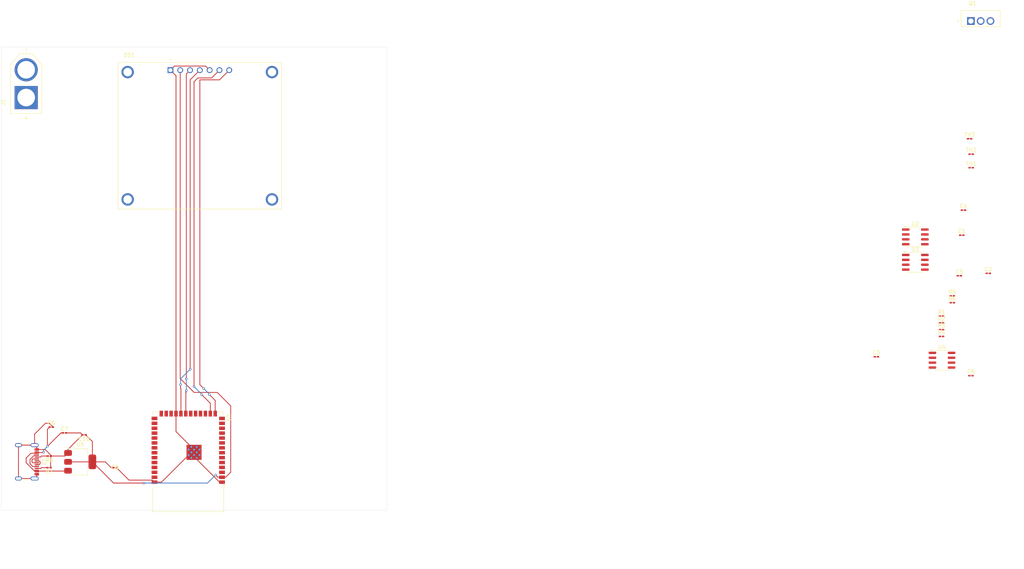
<source format=kicad_pcb>
(kicad_pcb (version 20241229) (generator "pcbnew") (generator_version "9.0")
  (layers (0 "F.Cu" signal) (2 "B.Cu" signal) (13 "F.Paste" user) (15 "B.Paste" user) (5 "F.SilkS" user "F.Silkscreen") (7 "B.SilkS" user "B.Silkscreen") (1 "F.Mask" user) (3 "B.Mask" user) (25 "Edge.Cuts" user))
  (net 0 "")
  (net 3 "Net-(U2-IP+-Pad1)")
  (net 4 "Net-(U2-IP--Pad3)")
  (net 5 "Net-(U3-IP--Pad3)")
  (net 6 "Net-(U3-IP+-Pad1)")
  (net 7 "Net-(U4-IP--Pad3)")
  (net 8 "Net-(U4-IP+-Pad1)")
  (net 9 "Net-(U4-FILTER)")
  (net 10 "GND")
  (net 11 "Net-(U3-FILTER)")
  (net 12 "Net-(U2-FILTER)")
  (net 13 "Net-(U2-VCC)")
  (net 14 "Net-(U3-VCC)")
  (net 15 "Net-(U4-VCC)")
  (net 16 "Net-(J2-CC1)")
  (net 17 "Net-(U1-USB_D+)")
  (net 18 "Net-(U1-USB_D-)")
  (net 19 "Net-(J2-CC2)")
  (net 56 "Net-(U5-VI)")
  (net 57 "Net-(DS1-VDD)")
  (net 58 "Net-(DS1-SDA)")
  (net 59 "Net-(DS1-SCL)")
  (net 60 "Net-(DS1-DC)")
  (net 61 "Net-(DS1-CS)")
  (net 62 "Net-(U1-IO4)")
  (net 63 "Net-(U1-IO5)")
  (net 64 "Net-(U1-IO6)")
  (net 65 "Net-(U1-IO11)")
  (net 66 "Net-(U1-IO10)")
  (net 67 "Net-(U1-IO9)")
  (footprint "Capacitor_SMD:C_0201_0603Metric_Pad0.64x0.40mm_HandSolder" (layer "F.Cu") (at 57.5 149)
    (property "Reference" "C9" (at 0 0 0) (layer "F.SilkS"))
    (property "Value" "100nF")
    (pad "1" smd roundrect (at -0.4075 0) (size 0.635 0.4) (layers "F.Cu" "F.Mask") (net 57 "Net-(DS1-VDD)"))
    (pad "2" smd roundrect (at 0.4075 0) (size 0.635 0.4) (layers "F.Cu" "F.Mask") (net 10 "GND"))
  )
  (footprint "Resistor_SMD:R_0201_0603Metric_Pad0.64x0.40mm_HandSolder" (layer "F.Cu") (at 271.69 111.5)
    (property "Reference" "R2" (at 0 -1.05 0) (layer "F.SilkS"))
    (property "Value" "10k")
    (pad "1" smd roundrect (at -0.4075 0) (size 0.635 0.4) (layers "F.Cu" "F.Mask") (net 62 "Net-(U1-IO4)"))
    (pad "2" smd roundrect (at 0.4075 0) (size 0.635 0.4) (layers "F.Cu" "F.Mask") (net 10 "GND"))
  )
  (footprint "RF_Module:ESP32-S3-WROOM-1" (layer "F.Cu") (at 76.5 147.5 180)
    (property "Reference" "U1" (at -10.5 11.4 270) (layer "F.SilkS"))
    (property "Value" "ESP32-S3-WROOM-1")
    (fp_line (start 9.2 12.95) (end 9.2 11.95) (stroke (width 0.12)) (layer "F.SilkS"))
    (fp_line (start 9.2 12.95) (end 7.7 12.95) (stroke (width 0.12)) (layer "F.SilkS"))
    (fp_line (start 9.2 -12.9) (end 9.2 -6.7) (stroke (width 0.12)) (layer "F.SilkS"))
    (fp_line (start -9.2 12.95) (end -7.7 12.95) (stroke (width 0.12)) (layer "F.SilkS"))
    (fp_line (start -9.2 11.95) (end -9.2 12.95) (stroke (width 0.12)) (layer "F.SilkS"))
    (fp_line (start -9.2 -12.9) (end 9.2 -12.9) (stroke (width 0.12)) (layer "F.SilkS"))
    (fp_line (start -9.2 -12.9) (end -9.2 -6.7) (stroke (width 0.12)) (layer "F.SilkS"))
    (fp_poly (pts (xy -9.2 -6.025) (xy -9.7 -6.025) (xy -9.2 -6.525) (xy -9.2 -6.025)) (stroke (width 0.12)) (fill yes) (layer "F.SilkS"))
    (pad "1" smd rect (at -8.75 -5.26 180) (size 1.5 0.9) (layers "F.Cu" "F.Mask" "F.Paste") (net 10 "GND"))
    (pad "2" smd rect (at -8.75 -3.99 180) (size 1.5 0.9) (layers "F.Cu" "F.Mask" "F.Paste") (net 57 "Net-(DS1-VDD)"))
    (pad "3" smd rect (at -8.75 -2.72 180) (size 1.5 0.9) (layers "F.Cu" "F.Mask" "F.Paste"))
    (pad "4" smd rect (at -8.75 -1.45 180) (size 1.5 0.9) (layers "F.Cu" "F.Mask" "F.Paste") (net 62 "Net-(U1-IO4)"))
    (pad "5" smd rect (at -8.75 -0.18 180) (size 1.5 0.9) (layers "F.Cu" "F.Mask" "F.Paste") (net 63 "Net-(U1-IO5)"))
    (pad "6" smd rect (at -8.75 1.09 180) (size 1.5 0.9) (layers "F.Cu" "F.Mask" "F.Paste") (net 64 "Net-(U1-IO6)"))
    (pad "7" smd rect (at -8.75 2.36 180) (size 1.5 0.9) (layers "F.Cu" "F.Mask" "F.Paste"))
    (pad "8" smd rect (at -8.75 3.63 180) (size 1.5 0.9) (layers "F.Cu" "F.Mask" "F.Paste"))
    (pad "9" smd rect (at -8.75 4.9 180) (size 1.5 0.9) (layers "F.Cu" "F.Mask" "F.Paste"))
    (pad "10" smd rect (at -8.75 6.17 180) (size 1.5 0.9) (layers "F.Cu" "F.Mask" "F.Paste"))
    (pad "11" smd rect (at -8.75 7.44 180) (size 1.5 0.9) (layers "F.Cu" "F.Mask" "F.Paste"))
    (pad "12" smd rect (at -8.75 8.71 180) (size 1.5 0.9) (layers "F.Cu" "F.Mask" "F.Paste"))
    (pad "13" smd rect (at -8.75 9.98 180) (size 1.5 0.9) (layers "F.Cu" "F.Mask" "F.Paste") (net 18 "Net-(U1-USB_D-)"))
    (pad "14" smd rect (at -8.75 11.25) (size 1.5 0.9) (layers "F.Cu" "F.Mask" "F.Paste") (net 17 "Net-(U1-USB_D+)"))
    (pad "15" smd rect (at -6.985 12.5 90) (size 1.5 0.9) (layers "F.Cu" "F.Mask" "F.Paste") (net 61 "Net-(DS1-CS)"))
    (pad "16" smd rect (at -5.715 12.5 90) (size 1.5 0.9) (layers "F.Cu" "F.Mask" "F.Paste") (net 60 "Net-(DS1-DC)"))
    (pad "17" smd rect (at -4.445 12.5 90) (size 1.5 0.9) (layers "F.Cu" "F.Mask" "F.Paste") (net 67 "Net-(U1-IO9)"))
    (pad "18" smd rect (at -3.175 12.5 90) (size 1.5 0.9) (layers "F.Cu" "F.Mask" "F.Paste") (net 66 "Net-(U1-IO10)"))
    (pad "19" smd rect (at -1.905 12.5 90) (size 1.5 0.9) (layers "F.Cu" "F.Mask" "F.Paste") (net 65 "Net-(U1-IO11)"))
    (pad "20" smd rect (at -0.635 12.5 90) (size 1.5 0.9) (layers "F.Cu" "F.Mask" "F.Paste"))
    (pad "21" smd rect (at 0.635 12.5 90) (size 1.5 0.9) (layers "F.Cu" "F.Mask" "F.Paste") (net 59 "Net-(DS1-SCL)"))
    (pad "22" smd rect (at 1.905 12.5 90) (size 1.5 0.9) (layers "F.Cu" "F.Mask" "F.Paste") (net 58 "Net-(DS1-SDA)"))
    (pad "23" smd rect (at 3.175 12.5 90) (size 1.5 0.9) (layers "F.Cu" "F.Mask" "F.Paste") (net 10 "GND"))
    (pad "24" smd rect (at 4.445 12.5 90) (size 1.5 0.9) (layers "F.Cu" "F.Mask" "F.Paste"))
    (pad "25" smd rect (at 5.715 12.5 90) (size 1.5 0.9) (layers "F.Cu" "F.Mask" "F.Paste"))
    (pad "26" smd rect (at 6.985 12.5 90) (size 1.5 0.9) (layers "F.Cu" "F.Mask" "F.Paste"))
    (pad "27" smd rect (at 8.75 11.25 180) (size 1.5 0.9) (layers "F.Cu" "F.Mask" "F.Paste"))
    (pad "28" smd rect (at 8.75 9.98 180) (size 1.5 0.9) (layers "F.Cu" "F.Mask" "F.Paste"))
    (pad "29" smd rect (at 8.75 8.71 180) (size 1.5 0.9) (layers "F.Cu" "F.Mask" "F.Paste"))
    (pad "30" smd rect (at 8.75 7.44 180) (size 1.5 0.9) (layers "F.Cu" "F.Mask" "F.Paste"))
    (pad "31" smd rect (at 8.75 6.17 180) (size 1.5 0.9) (layers "F.Cu" "F.Mask" "F.Paste"))
    (pad "32" smd rect (at 8.75 4.9 180) (size 1.5 0.9) (layers "F.Cu" "F.Mask" "F.Paste"))
    (pad "33" smd rect (at 8.75 3.63 180) (size 1.5 0.9) (layers "F.Cu" "F.Mask" "F.Paste"))
    (pad "34" smd rect (at 8.75 2.36 180) (size 1.5 0.9) (layers "F.Cu" "F.Mask" "F.Paste"))
    (pad "35" smd rect (at 8.75 1.09 180) (size 1.5 0.9) (layers "F.Cu" "F.Mask" "F.Paste"))
    (pad "36" smd rect (at 8.75 -0.18 180) (size 1.5 0.9) (layers "F.Cu" "F.Mask" "F.Paste"))
    (pad "37" smd rect (at 8.75 -1.45 180) (size 1.5 0.9) (layers "F.Cu" "F.Mask" "F.Paste"))
    (pad "38" smd rect (at 8.75 -2.72 180) (size 1.5 0.9) (layers "F.Cu" "F.Mask" "F.Paste"))
    (pad "39" smd rect (at 8.75 -3.99 180) (size 1.5 0.9) (layers "F.Cu" "F.Mask" "F.Paste"))
    (pad "40" smd rect (at 8.75 -5.26 180) (size 1.5 0.9) (layers "F.Cu" "F.Mask" "F.Paste") (net 10 "GND"))
    (pad "41" thru_hole circle (at -2.9 1.76 270) (size 0.6 0.6) (drill 0.2) (property pad_prop_heatsink) (layers "*.Cu" "F.Mask") (net 10 "GND"))
    (pad "41" thru_hole circle (at -2.9 3.16 180) (size 0.6 0.6) (drill 0.2) (property pad_prop_heatsink) (layers "*.Cu" "F.Mask") (net 10 "GND"))
    (pad "41" thru_hole circle (at -2.2 1.06 180) (size 0.6 0.6) (drill 0.2) (property pad_prop_heatsink) (layers "*.Cu" "F.Mask") (net 10 "GND"))
    (pad "41" thru_hole circle (at -2.2 2.46 180) (size 0.6 0.6) (drill 0.2) (property pad_prop_heatsink) (layers "*.Cu" "F.Mask") (net 10 "GND"))
    (pad "41" thru_hole circle (at -2.2 3.86 180) (size 0.6 0.6) (drill 0.2) (property pad_prop_heatsink) (layers "*.Cu" "F.Mask") (net 10 "GND"))
    (pad "41" thru_hole circle (at -1.5 1.76 180) (size 0.6 0.6) (drill 0.2) (property pad_prop_heatsink) (layers "*.Cu" "F.Mask") (net 10 "GND"))
    (pad "41" smd rect (at -1.5 2.46 90) (size 3.9 3.9) (property pad_prop_heatsink) (layers "F.Cu" "F.Mask") (net 10 "GND"))
    (pad "41" thru_hole circle (at -1.5 3.16 180) (size 0.6 0.6) (drill 0.2) (property pad_prop_heatsink) (layers "*.Cu" "F.Mask") (net 10 "GND"))
    (pad "41" thru_hole circle (at -0.8 1.06 180) (size 0.6 0.6) (drill 0.2) (property pad_prop_heatsink) (layers "*.Cu" "F.Mask") (net 10 "GND"))
    (pad "41" thru_hole circle (at -0.8 2.46 180) (size 0.6 0.6) (drill 0.2) (property pad_prop_heatsink) (layers "*.Cu" "F.Mask") (net 10 "GND"))
    (pad "41" thru_hole circle (at -0.8 3.86 180) (size 0.6 0.6) (drill 0.2) (property pad_prop_heatsink) (layers "*.Cu" "F.Mask") (net 10 "GND"))
    (pad "41" thru_hole circle (at -0.1 1.76 180) (size 0.6 0.6) (drill 0.2) (property pad_prop_heatsink) (layers "*.Cu" "F.Mask") (net 10 "GND"))
    (pad "41" thru_hole circle (at -0.1 3.16 180) (size 0.6 0.6) (drill 0.2) (property pad_prop_heatsink) (layers "*.Cu" "F.Mask") (net 10 "GND"))
  )
  (footprint "Capacitor_SMD:C_0201_0603Metric_Pad0.64x0.40mm_HandSolder" (layer "F.Cu") (at 276.9475 88.7719)
    (property "Reference" "C1" (at 0 -1.05 0) (layer "F.SilkS"))
    (property "Value" "1nF")
    (pad "1" smd roundrect (at -0.4075 0) (size 0.635 0.4) (layers "F.Cu" "F.Mask") (net 9 "Net-(U4-FILTER)"))
    (pad "2" smd roundrect (at 0.4075 0) (size 0.635 0.4) (layers "F.Cu" "F.Mask") (net 10 "GND"))
  )
  (footprint "Package_SO:SOIC-8_3.9x4.9mm_P1.27mm" (layer "F.Cu") (at 264.905 95.7869)
    (property "Reference" "U3" (at 0 -3.4 0) (layer "F.SilkS"))
    (property "Value" "ACS712xLCTR-05B" (hide yes))
    (fp_line (start 0 -2.56) (end -1.95 -2.56) (stroke (width 0.12)) (layer "F.SilkS"))
    (fp_line (start 0 -2.56) (end 1.95 -2.56) (stroke (width 0.12)) (layer "F.SilkS"))
    (fp_line (start 0 2.56) (end -1.95 2.56) (stroke (width 0.12)) (layer "F.SilkS"))
    (fp_line (start 0 2.56) (end 1.95 2.56) (stroke (width 0.12)) (layer "F.SilkS"))
    (fp_poly (pts (xy -2.7 -2.465) (xy -2.94 -2.795) (xy -2.46 -2.795)) (stroke (width 0.12)) (fill yes) (layer "F.SilkS"))
    (pad "1" smd roundrect (at -2.475 -1.905) (size 1.95 0.6) (layers "F.Cu" "F.Mask" "F.Paste") (net 6 "Net-(U3-IP+-Pad1)"))
    (pad "2" smd roundrect (at -2.475 -0.635) (size 1.95 0.6) (layers "F.Cu" "F.Mask" "F.Paste") (net 6 "Net-(U3-IP+-Pad1)"))
    (pad "3" smd roundrect (at -2.475 0.635) (size 1.95 0.6) (layers "F.Cu" "F.Mask" "F.Paste") (net 5 "Net-(U3-IP--Pad3)"))
    (pad "4" smd roundrect (at -2.475 1.905) (size 1.95 0.6) (layers "F.Cu" "F.Mask" "F.Paste") (net 5 "Net-(U3-IP--Pad3)"))
    (pad "5" smd roundrect (at 2.475 1.905) (size 1.95 0.6) (layers "F.Cu" "F.Mask" "F.Paste") (net 10 "GND"))
    (pad "6" smd roundrect (at 2.475 0.635) (size 1.95 0.6) (layers "F.Cu" "F.Mask" "F.Paste") (net 11 "Net-(U3-FILTER)"))
    (pad "7" smd roundrect (at 2.475 -0.635) (size 1.95 0.6) (layers "F.Cu" "F.Mask" "F.Paste") (net 65 "Net-(U1-IO11)"))
    (pad "8" smd roundrect (at 2.475 -1.905) (size 1.95 0.6) (layers "F.Cu" "F.Mask" "F.Paste") (net 14 "Net-(U3-VCC)"))
  )
  (footprint "Capacitor_SMD:C_0201_0603Metric_Pad0.64x0.40mm_HandSolder" (layer "F.Cu") (at 283.82 98.66)
    (property "Reference" "C2" (at 0 -1.05 0) (layer "F.SilkS"))
    (property "Value" "1nF")
    (pad "1" smd roundrect (at -0.4075 0) (size 0.635 0.4) (layers "F.Cu" "F.Mask") (net 11 "Net-(U3-FILTER)"))
    (pad "2" smd roundrect (at 0.4075 0) (size 0.635 0.4) (layers "F.Cu" "F.Mask") (net 10 "GND"))
  )
  (footprint "Resistor_SMD:R_0201_0603Metric_Pad0.64x0.40mm_HandSolder" (layer "F.Cu") (at 40.5 146 180)
    (property "Reference" "R8" (at 0 -1.05 0) (layer "F.SilkS"))
    (property "Value" "5.1k")
    (pad "1" smd roundrect (at -0.4075 0 180) (size 0.635 0.4) (layers "F.Cu" "F.Mask") (net 10 "GND"))
    (pad "2" smd roundrect (at 0.4075 0 180) (size 0.635 0.4) (layers "F.Cu" "F.Mask") (net 16 "Net-(J2-CC1)"))
  )
  (footprint "Package_SO:SOIC-8_3.9x4.9mm_P1.27mm" (layer "F.Cu") (at 264.905 89.2069)
    (property "Reference" "U2" (at 0 -3.4 0) (layer "F.SilkS"))
    (property "Value" "ACS712xLCTR-05B" (hide yes))
    (fp_line (start 0 -2.56) (end -1.95 -2.56) (stroke (width 0.12)) (layer "F.SilkS"))
    (fp_line (start 0 -2.56) (end 1.95 -2.56) (stroke (width 0.12)) (layer "F.SilkS"))
    (fp_line (start 0 2.56) (end -1.95 2.56) (stroke (width 0.12)) (layer "F.SilkS"))
    (fp_line (start 0 2.56) (end 1.95 2.56) (stroke (width 0.12)) (layer "F.SilkS"))
    (fp_poly (pts (xy -2.7 -2.465) (xy -2.94 -2.795) (xy -2.46 -2.795)) (stroke (width 0.12)) (fill yes) (layer "F.SilkS"))
    (pad "1" smd roundrect (at -2.475 -1.905) (size 1.95 0.6) (layers "F.Cu" "F.Mask" "F.Paste") (net 3 "Net-(U2-IP+-Pad1)"))
    (pad "2" smd roundrect (at -2.475 -0.635) (size 1.95 0.6) (layers "F.Cu" "F.Mask" "F.Paste") (net 3 "Net-(U2-IP+-Pad1)"))
    (pad "3" smd roundrect (at -2.475 0.635) (size 1.95 0.6) (layers "F.Cu" "F.Mask" "F.Paste") (net 4 "Net-(U2-IP--Pad3)"))
    (pad "4" smd roundrect (at -2.475 1.905) (size 1.95 0.6) (layers "F.Cu" "F.Mask" "F.Paste") (net 4 "Net-(U2-IP--Pad3)"))
    (pad "5" smd roundrect (at 2.475 1.905) (size 1.95 0.6) (layers "F.Cu" "F.Mask" "F.Paste") (net 10 "GND"))
    (pad "6" smd roundrect (at 2.475 0.635) (size 1.95 0.6) (layers "F.Cu" "F.Mask" "F.Paste") (net 12 "Net-(U2-FILTER)"))
    (pad "7" smd roundrect (at 2.475 -0.635) (size 1.95 0.6) (layers "F.Cu" "F.Mask" "F.Paste") (net 67 "Net-(U1-IO9)"))
    (pad "8" smd roundrect (at 2.475 -1.905) (size 1.95 0.6) (layers "F.Cu" "F.Mask" "F.Paste") (net 13 "Net-(U2-VCC)"))
  )
  (footprint "Capacitor_SMD:C_0201_0603Metric_Pad0.64x0.40mm_HandSolder" (layer "F.Cu") (at 44.4325 140)
    (property "Reference" "C7" (at 0 -1.05 0) (layer "F.SilkS"))
    (property "Value" "100nF")
    (pad "1" smd roundrect (at -0.4075 0) (size 0.635 0.4) (layers "F.Cu" "F.Mask") (net 56 "Net-(U5-VI)"))
    (pad "2" smd roundrect (at 0.4075 0) (size 0.635 0.4) (layers "F.Cu" "F.Mask") (net 10 "GND"))
  )
  (footprint "Resistor_SMD:R_0201_0603Metric_Pad0.64x0.40mm_HandSolder" (layer "F.Cu") (at 274.5 104.5)
    (property "Reference" "R5" (at 0 -1.05 0) (layer "F.SilkS"))
    (property "Value" "33k")
    (pad "1" smd roundrect (at -0.4075 0) (size 0.635 0.4) (layers "F.Cu" "F.Mask"))
    (pad "2" smd roundrect (at 0.4075 0) (size 0.635 0.4) (layers "F.Cu" "F.Mask") (net 64 "Net-(U1-IO6)"))
  )
  (footprint "Resistor_SMD:R_0201_0603Metric_Pad0.64x0.40mm_HandSolder" (layer "F.Cu") (at 278.9725 63.7719)
    (property "Reference" "TH3" (at 0 -1.05 0) (layer "F.SilkS"))
    (property "Value" "Thermistor_NTC")
    (pad "1" smd roundrect (at -0.4075 0) (size 0.635 0.4) (layers "F.Cu" "F.Mask"))
    (pad "2" smd roundrect (at 0.4075 0) (size 0.635 0.4) (layers "F.Cu" "F.Mask"))
  )
  (footprint "Resistor_SMD:R_0201_0603Metric_Pad0.64x0.40mm_HandSolder" (layer "F.Cu") (at 271.69 109.75)
    (property "Reference" "R1" (at 0 -1.05 0) (layer "F.SilkS"))
    (property "Value" "4.5k")
    (pad "1" smd roundrect (at -0.4075 0) (size 0.635 0.4) (layers "F.Cu" "F.Mask"))
    (pad "2" smd roundrect (at 0.4075 0) (size 0.635 0.4) (layers "F.Cu" "F.Mask") (net 62 "Net-(U1-IO4)"))
  )
  (footprint "Resistor_SMD:R_0201_0603Metric_Pad0.64x0.40mm_HandSolder" (layer "F.Cu") (at 279.38 67.7719)
    (property "Reference" "TH2" (at 0 -1.05 0) (layer "F.SilkS"))
    (property "Value" "Thermistor_NTC")
    (pad "1" smd roundrect (at -0.4075 0) (size 0.635 0.4) (layers "F.Cu" "F.Mask"))
    (pad "2" smd roundrect (at 0.4075 0) (size 0.635 0.4) (layers "F.Cu" "F.Mask"))
  )
  (footprint "Package_SO:SOIC-8_3.9x4.9mm_P1.27mm" (layer "F.Cu") (at 271.82 121.16)
    (property "Reference" "U4" (at 0 -3.4 0) (layer "F.SilkS"))
    (property "Value" "ACS712xLCTR-05B")
    (fp_line (start 0 -2.56) (end -1.95 -2.56) (stroke (width 0.12)) (layer "F.SilkS"))
    (fp_line (start 0 -2.56) (end 1.95 -2.56) (stroke (width 0.12)) (layer "F.SilkS"))
    (fp_line (start 0 2.56) (end -1.95 2.56) (stroke (width 0.12)) (layer "F.SilkS"))
    (fp_line (start 0 2.56) (end 1.95 2.56) (stroke (width 0.12)) (layer "F.SilkS"))
    (fp_poly (pts (xy -2.7 -2.465) (xy -2.94 -2.795) (xy -2.46 -2.795)) (stroke (width 0.12)) (fill yes) (layer "F.SilkS"))
    (pad "1" smd roundrect (at -2.475 -1.905) (size 1.95 0.6) (layers "F.Cu" "F.Mask" "F.Paste") (net 8 "Net-(U4-IP+-Pad1)"))
    (pad "2" smd roundrect (at -2.475 -0.635) (size 1.95 0.6) (layers "F.Cu" "F.Mask" "F.Paste") (net 8 "Net-(U4-IP+-Pad1)"))
    (pad "3" smd roundrect (at -2.475 0.635) (size 1.95 0.6) (layers "F.Cu" "F.Mask" "F.Paste") (net 7 "Net-(U4-IP--Pad3)"))
    (pad "4" smd roundrect (at -2.475 1.905) (size 1.95 0.6) (layers "F.Cu" "F.Mask" "F.Paste") (net 7 "Net-(U4-IP--Pad3)"))
    (pad "5" smd roundrect (at 2.475 1.905) (size 1.95 0.6) (layers "F.Cu" "F.Mask" "F.Paste") (net 10 "GND"))
    (pad "6" smd roundrect (at 2.475 0.635) (size 1.95 0.6) (layers "F.Cu" "F.Mask" "F.Paste") (net 9 "Net-(U4-FILTER)"))
    (pad "7" smd roundrect (at 2.475 -0.635) (size 1.95 0.6) (layers "F.Cu" "F.Mask" "F.Paste") (net 66 "Net-(U1-IO10)"))
    (pad "8" smd roundrect (at 2.475 -1.905) (size 1.95 0.6) (layers "F.Cu" "F.Mask" "F.Paste") (net 15 "Net-(U4-VCC)"))
  )
  (footprint "Resistor_SMD:R_0201_0603Metric_Pad0.64x0.40mm_HandSolder" (layer "F.Cu") (at 271.69 113.25)
    (property "Reference" "R3" (at 0 -1.05 0) (layer "F.SilkS"))
    (property "Value" "18k")
    (pad "1" smd roundrect (at -0.4075 0) (size 0.635 0.4) (layers "F.Cu" "F.Mask"))
    (pad "2" smd roundrect (at 0.4075 0) (size 0.635 0.4) (layers "F.Cu" "F.Mask") (net 63 "Net-(U1-IO5)"))
  )
  (footprint "Capacitor_SMD:C_0201_0603Metric_Pad0.64x0.40mm_HandSolder" (layer "F.Cu") (at 254.8125 120.2719)
    (property "Reference" "C3" (at 0 -1.05 0) (layer "F.SilkS"))
    (property "Value" "1nF")
    (pad "1" smd roundrect (at -0.4075 0) (size 0.635 0.4) (layers "F.Cu" "F.Mask") (net 12 "Net-(U2-FILTER)"))
    (pad "2" smd roundrect (at 0.4075 0) (size 0.635 0.4) (layers "F.Cu" "F.Mask") (net 10 "GND"))
  )
  (footprint "Capacitor_SMD:C_0201_0603Metric_Pad0.64x0.40mm_HandSolder" (layer "F.Cu") (at 41 138.5)
    (property "Reference" "C8" (at 0 -1.05 0) (layer "F.SilkS"))
    (property "Value" "10uF")
    (pad "1" smd roundrect (at -0.4075 0) (size 0.635 0.4) (layers "F.Cu" "F.Mask") (net 56 "Net-(U5-VI)"))
    (pad "2" smd roundrect (at 0.4075 0) (size 0.635 0.4) (layers "F.Cu" "F.Mask") (net 10 "GND"))
  )
  (footprint "Capacitor_SMD:C_0201_0603Metric_Pad0.64x0.40mm_HandSolder" (layer "F.Cu") (at 279.32 125.16)
    (property "Reference" "C6" (at 0 -1.05 0) (layer "F.SilkS"))
    (property "Value" "100nF")
    (pad "1" smd roundrect (at -0.4075 0) (size 0.635 0.4) (layers "F.Cu" "F.Mask") (net 15 "Net-(U4-VCC)"))
    (pad "2" smd roundrect (at 0.4075 0) (size 0.635 0.4) (layers "F.Cu" "F.Mask") (net 10 "GND"))
  )
  (footprint "Resistor_SMD:R_0201_0603Metric_Pad0.64x0.40mm_HandSolder" (layer "F.Cu") (at 40.4325 149 180)
    (property "Reference" "R7" (at 0 -1.05 0) (layer "F.SilkS"))
    (property "Value" "5.1k")
    (pad "1" smd roundrect (at -0.4075 0 180) (size 0.635 0.4) (layers "F.Cu" "F.Mask") (net 10 "GND"))
    (pad "2" smd roundrect (at 0.4075 0 180) (size 0.635 0.4) (layers "F.Cu" "F.Mask") (net 19 "Net-(J2-CC2)"))
  )
  (footprint "Resistor_SMD:R_0201_0603Metric_Pad0.64x0.40mm_HandSolder" (layer "F.Cu") (at 271.69 115)
    (property "Reference" "R4" (at 0 -1.05 0) (layer "F.SilkS"))
    (property "Value" "10k")
    (pad "1" smd roundrect (at -0.4075 0) (size 0.635 0.4) (layers "F.Cu" "F.Mask") (net 63 "Net-(U1-IO5)"))
    (pad "2" smd roundrect (at 0.4075 0) (size 0.635 0.4) (layers "F.Cu" "F.Mask") (net 10 "GND"))
  )
  (footprint "Resistor_SMD:R_0201_0603Metric_Pad0.64x0.40mm_HandSolder" (layer "F.Cu") (at 279.38 71.2719)
    (property "Reference" "TH1" (at 0 -1.05 0) (layer "F.SilkS"))
    (property "Value" "Thermistor_NTC")
    (pad "1" smd roundrect (at -0.4075 0) (size 0.635 0.4) (layers "F.Cu" "F.Mask"))
    (pad "2" smd roundrect (at 0.4075 0) (size 0.635 0.4) (layers "F.Cu" "F.Mask"))
  )
  (footprint "XT60-M:AMASS_XT60-M" (layer "F.Cu") (at 34.5 49.5 90)
    (property "Reference" "J1" (at -4.825 -5.935 90) (layer "F.SilkS"))
    (property "Value" "XT60-M")
    (fp_line (start 4.95 -4.05) (end 7.75 -1.6) (stroke (width 0.127)) (layer "F.SilkS"))
    (fp_line (start -7.75 -4.05) (end 4.95 -4.05) (stroke (width 0.127)) (layer "F.SilkS"))
    (fp_line (start 7.75 -1.6) (end 7.75 1.6) (stroke (width 0.127)) (layer "F.SilkS"))
    (fp_line (start -9 -0.5) (end -9 0.5) (stroke (width 0.127)) (layer "F.SilkS"))
    (fp_line (start 8.5 0) (end 9.5 0) (stroke (width 0.127)) (layer "F.SilkS"))
    (fp_line (start -9.5 0) (end -8.5 0) (stroke (width 0.127)) (layer "F.SilkS"))
    (fp_line (start 7.75 1.6) (end 4.95 4.05) (stroke (width 0.127)) (layer "F.SilkS"))
    (fp_line (start 4.95 4.05) (end -7.75 4.05) (stroke (width 0.127)) (layer "F.SilkS"))
    (fp_line (start -7.75 4.05) (end -7.75 -4.05) (stroke (width 0.127)) (layer "F.SilkS"))
    (pad "N" thru_hole circle (at 3.6 0 90) (size 6 6) (drill 4.55) (layers "*.Cu" "*.Mask"))
    (pad "P" thru_hole rect (at -3.6 0 90) (size 6 6) (drill 4.55) (layers "*.Cu" "*.Mask"))
  )
  (footprint "IRFZ44N:TO254P1016X419X2286-3" (layer "F.Cu") (at 281.84 33.2719)
    (property "Reference" "Q1" (at -2.155 -4.6025 0) (layer "F.SilkS"))
    (property "Value" "IRFZ44N")
    (fp_line (start -5.08 -2.7175) (end 5.08 -2.7175) (stroke (width 0.127)) (layer "F.SilkS"))
    (fp_line (start -5.08 1.4775) (end -5.08 -2.7175) (stroke (width 0.127)) (layer "F.SilkS"))
    (fp_line (start 5.08 -2.7175) (end 5.08 1.4775) (stroke (width 0.127)) (layer "F.SilkS"))
    (fp_line (start 5.08 1.4775) (end -5.08 1.4775) (stroke (width 0.127)) (layer "F.SilkS"))
    (fp_circle (center -5.83 0) (end -5.73 0) (stroke (width 0.2)) (fill no) (layer "F.SilkS"))
    (pad "1" thru_hole rect (at -2.54 0) (size 1.995 1.995) (drill 1.33) (layers "*.Cu" "*.Mask"))
    (pad "2" thru_hole circle (at 0 0) (size 1.995 1.995) (drill 1.33) (layers "*.Cu" "*.Mask"))
    (pad "3" thru_hole circle (at 2.54 0) (size 1.995 1.995) (drill 1.33) (layers "*.Cu" "*.Mask"))
  )
  (footprint "Capacitor_SMD:C_0201_0603Metric_Pad0.64x0.40mm_HandSolder" (layer "F.Cu") (at 49.5 140.5 180)
    (property "Reference" "C10" (at 0 -1.05 0) (layer "F.SilkS"))
    (property "Value" "10uF")
    (pad "1" smd roundrect (at -0.4075 0 180) (size 0.635 0.4) (layers "F.Cu" "F.Mask") (net 57 "Net-(DS1-VDD)"))
    (pad "2" smd roundrect (at 0.4075 0 180) (size 0.635 0.4) (layers "F.Cu" "F.Mask") (net 10 "GND"))
  )
  (footprint "Package_TO_SOT_SMD:SOT-223-3_TabPin2" (layer "F.Cu") (at 48.5 147.5)
    (property "Reference" "U5" (at 0 -4.5 0) (layer "F.SilkS"))
    (property "Value" "AMS1117-3.3")
    (fp_line (start -1.85 -3.41) (end 1.91 -3.41) (stroke (width 0.12)) (layer "F.SilkS"))
    (fp_line (start -1.85 3.41) (end 1.91 3.41) (stroke (width 0.12)) (layer "F.SilkS"))
    (fp_line (start 1.91 -3.41) (end 1.91 -2.15) (stroke (width 0.12)) (layer "F.SilkS"))
    (fp_line (start 1.91 3.41) (end 1.91 2.15) (stroke (width 0.12)) (layer "F.SilkS"))
    (fp_poly (pts (xy -3.13 -3.31) (xy -3.37 -3.64) (xy -2.89 -3.64) (xy -3.13 -3.31)) (stroke (width 0.12)) (fill yes) (layer "F.SilkS"))
    (pad "1" smd roundrect (at -3.15 -2.3) (size 2 1.5) (layers "F.Cu" "F.Mask" "F.Paste") (net 10 "GND"))
    (pad "2" smd roundrect (at -3.15 0) (size 2 1.5) (layers "F.Cu" "F.Mask" "F.Paste") (net 57 "Net-(DS1-VDD)"))
    (pad "2" smd roundrect (at 3.15 0) (size 2 3.8) (layers "F.Cu" "F.Mask" "F.Paste") (net 57 "Net-(DS1-VDD)"))
    (pad "3" smd roundrect (at -3.15 2.3) (size 2 1.5) (layers "F.Cu" "F.Mask" "F.Paste") (net 56 "Net-(U5-VI)"))
  )
  (footprint "Capacitor_SMD:C_0201_0603Metric_Pad0.64x0.40mm_HandSolder" (layer "F.Cu") (at 276.3125 99.2719)
    (property "Reference" "C5" (at 0 -1.05 0) (layer "F.SilkS"))
    (property "Value" "100nF")
    (pad "1" smd roundrect (at -0.4075 0) (size 0.635 0.4) (layers "F.Cu" "F.Mask") (net 14 "Net-(U3-VCC)"))
    (pad "2" smd roundrect (at 0.4075 0) (size 0.635 0.4) (layers "F.Cu" "F.Mask") (net 10 "GND"))
  )
  (footprint "AOM12864A0-1.54WW-ANO:LCD_AOM12864A0-1.54WW-ANO" (layer "F.Cu") (at 79.5 63)
    (property "Reference" "DS1" (at -18.275 -20.885 0) (layer "F.SilkS"))
    (property "Value" "AOM12864A0-1.54WW-ANO")
    (fp_line (start -21.2 -19) (end 21.2 -19) (stroke (width 0.127)) (layer "F.SilkS"))
    (fp_line (start -21.2 19) (end -21.2 -19) (stroke (width 0.127)) (layer "F.SilkS"))
    (fp_line (start 21.2 -19) (end 21.2 19) (stroke (width 0.127)) (layer "F.SilkS"))
    (fp_line (start 21.2 19) (end -21.2 19) (stroke (width 0.127)) (layer "F.SilkS"))
    (fp_circle (center -7.62 -19.794) (end -7.52 -19.794) (stroke (width 0.2)) (fill no) (layer "F.SilkS"))
    (pad "1" thru_hole rect (at -7.62 -17) (size 1.508 1.508) (drill 1) (layers "*.Cu" "*.Mask") (net 10 "GND"))
    (pad "2" thru_hole circle (at -5.08 -17) (size 1.508 1.508) (drill 1) (layers "*.Cu" "*.Mask") (net 57 "Net-(DS1-VDD)"))
    (pad "3" thru_hole circle (at -2.54 -17) (size 1.508 1.508) (drill 1) (layers "*.Cu" "*.Mask") (net 59 "Net-(DS1-SCL)"))
    (pad "4" thru_hole circle (at 0 -17) (size 1.508 1.508) (drill 1) (layers "*.Cu" "*.Mask") (net 58 "Net-(DS1-SDA)"))
    (pad "5" thru_hole circle (at 2.54 -17) (size 1.508 1.508) (drill 1) (layers "*.Cu" "*.Mask") (net 10 "GND"))
    (pad "6" thru_hole circle (at 5.08 -17) (size 1.508 1.508) (drill 1) (layers "*.Cu" "*.Mask") (net 60 "Net-(DS1-DC)"))
    (pad "7" thru_hole circle (at 7.62 -17) (size 1.508 1.508) (drill 1) (layers "*.Cu" "*.Mask") (net 61 "Net-(DS1-CS)"))
    (pad "P1" thru_hole circle (at -18.7 -16.5) (size 3.216 3.216) (drill 2.2) (layers "*.Cu" "*.Mask"))
    (pad "P2" thru_hole circle (at 18.7 -16.5) (size 3.216 3.216) (drill 2.2) (layers "*.Cu" "*.Mask"))
    (pad "P3" thru_hole circle (at -18.7 16.5) (size 3.216 3.216) (drill 2.2) (layers "*.Cu" "*.Mask"))
    (pad "P4" thru_hole circle (at 18.7 16.5) (size 3.216 3.216) (drill 2.2) (layers "*.Cu" "*.Mask"))
  )
  (footprint "Connector_USB:USB_C_Receptacle_GCT_USB4105-xx-A_16P_TopMnt_Horizontal" (layer "F.Cu") (at 33.575 147.5 -90)
    (property "Reference" "J2" (at 0 -5.5 270) (layer "F.SilkS"))
    (property "Value" "USB_C_Receptacle_USB2.0_14P")
    (fp_line (start -4.67 -0.1) (end -4.67 -1.8) (stroke (width 0.12)) (layer "F.SilkS"))
    (fp_line (start 4.67 -0.1) (end 4.67 -1.8) (stroke (width 0.12)) (layer "F.SilkS"))
    (pad "" np_thru_hole circle (at -2.89 -2.605 270) (size 0.65 0.65) (drill 0.65) (layers "*.Cu" "*.Mask"))
    (pad "" np_thru_hole circle (at 2.89 -2.605 270) (size 0.65 0.65) (drill 0.65) (layers "*.Cu" "*.Mask"))
    (pad "A1" smd roundrect (at -3.2 -3.68 270) (size 0.6 1.15) (layers "F.Cu" "F.Mask" "F.Paste") (net 10 "GND"))
    (pad "A4" smd roundrect (at -2.4 -3.68 270) (size 0.6 1.15) (layers "F.Cu" "F.Mask" "F.Paste") (net 56 "Net-(U5-VI)"))
    (pad "A5" smd roundrect (at -1.25 -3.68 270) (size 0.3 1.15) (layers "F.Cu" "F.Mask" "F.Paste") (net 16 "Net-(J2-CC1)"))
    (pad "A6" smd roundrect (at -0.25 -3.68 270) (size 0.3 1.15) (layers "F.Cu" "F.Mask" "F.Paste") (net 17 "Net-(U1-USB_D+)"))
    (pad "A7" smd roundrect (at 0.25 -3.68 270) (size 0.3 1.15) (layers "F.Cu" "F.Mask" "F.Paste") (net 18 "Net-(U1-USB_D-)"))
    (pad "A8" smd roundrect (at 1.25 -3.68 270) (size 0.3 1.15) (layers "F.Cu" "F.Mask" "F.Paste"))
    (pad "A9" smd roundrect (at 2.4 -3.68 270) (size 0.6 1.15) (layers "F.Cu" "F.Mask" "F.Paste") (net 56 "Net-(U5-VI)"))
    (pad "A12" smd roundrect (at 3.2 -3.68 270) (size 0.6 1.15) (layers "F.Cu" "F.Mask" "F.Paste") (net 10 "GND"))
    (pad "B1" smd roundrect (at 3.2 -3.68 270) (size 0.6 1.15) (layers "F.Cu" "F.Mask" "F.Paste") (net 10 "GND"))
    (pad "B4" smd roundrect (at 2.4 -3.68 270) (size 0.6 1.15) (layers "F.Cu" "F.Mask" "F.Paste") (net 56 "Net-(U5-VI)"))
    (pad "B5" smd roundrect (at 1.75 -3.68 270) (size 0.3 1.15) (layers "F.Cu" "F.Mask" "F.Paste") (net 19 "Net-(J2-CC2)"))
    (pad "B6" smd roundrect (at 0.75 -3.68 270) (size 0.3 1.15) (layers "F.Cu" "F.Mask" "F.Paste") (net 17 "Net-(U1-USB_D+)"))
    (pad "B7" smd roundrect (at -0.75 -3.68 270) (size 0.3 1.15) (layers "F.Cu" "F.Mask" "F.Paste") (net 18 "Net-(U1-USB_D-)"))
    (pad "B8" smd roundrect (at -1.75 -3.68 270) (size 0.3 1.15) (layers "F.Cu" "F.Mask" "F.Paste"))
    (pad "B9" smd roundrect (at -2.4 -3.68 270) (size 0.6 1.15) (layers "F.Cu" "F.Mask" "F.Paste") (net 56 "Net-(U5-VI)"))
    (pad "B12" smd roundrect (at -3.2 -3.68 270) (size 0.6 1.15) (layers "F.Cu" "F.Mask" "F.Paste") (net 10 "GND"))
    (pad "S1" thru_hole oval (at -4.32 -3.105 270) (size 1 2.1) (drill oval 0.6 1.7) (property pad_prop_heatsink) (layers "*.Cu" "*.Mask" "F.Paste") (net 10 "GND"))
    (pad "S1" thru_hole oval (at -4.32 1.075 270) (size 1 1.8) (drill oval 0.6 1.4) (property pad_prop_heatsink) (layers "*.Cu" "*.Mask" "F.Paste") (net 10 "GND"))
    (pad "S1" thru_hole oval (at 4.32 -3.105 270) (size 1 2.1) (drill oval 0.6 1.7) (property pad_prop_heatsink) (layers "*.Cu" "*.Mask" "F.Paste") (net 10 "GND"))
    (pad "S1" thru_hole oval (at 4.32 1.075 270) (size 1 1.8) (drill oval 0.6 1.4) (property pad_prop_heatsink) (layers "*.Cu" "*.Mask" "F.Paste") (net 10 "GND"))
  )
  (footprint "Resistor_SMD:R_0201_0603Metric_Pad0.64x0.40mm_HandSolder" (layer "F.Cu") (at 274.5 106.25)
    (property "Reference" "R6" (at 0 -1.05 0) (layer "F.SilkS"))
    (property "Value" "10k")
    (pad "1" smd roundrect (at -0.4075 0) (size 0.635 0.4) (layers "F.Cu" "F.Mask") (net 64 "Net-(U1-IO6)"))
    (pad "2" smd roundrect (at 0.4075 0) (size 0.635 0.4) (layers "F.Cu" "F.Mask") (net 10 "GND"))
  )
  (footprint "Capacitor_SMD:C_0201_0603Metric_Pad0.64x0.40mm_HandSolder" (layer "F.Cu") (at 277.38 82.2719)
    (property "Reference" "C4" (at 0 -1.05 0) (layer "F.SilkS"))
    (property "Value" "100nF")
    (pad "1" smd roundrect (at -0.4075 0) (size 0.635 0.4) (layers "F.Cu" "F.Mask") (net 13 "Net-(U2-VCC)"))
    (pad "2" smd roundrect (at 0.4075 0) (size 0.635 0.4) (layers "F.Cu" "F.Mask") (net 10 "GND"))
  )
  (gr_rect (start 28 40) (end 128 160) (stroke (width 0.05)) (fill no) (layer "Edge.Cuts"))
  (segment (start 36.646176 145.75) (end 35.5 146.896176) (width 0.2) (layer "F.Cu") (net 0))
  (segment (start 35.5 146.896176) (end 35.5 148) (width 0.2) (layer "F.Cu") (net 0))
  (segment (start 37.255 145.75) (end 36.646176 145.75) (width 0.2) (layer "F.Cu") (net 0))
  (segment (start 36.25 148.75) (end 37.255 148.75) (width 0.2) (layer "F.Cu") (net 0))
  (segment (start 35.5 148) (end 36.25 148.75) (width 0.2) (layer "F.Cu") (net 0))
  (segment (start 78.7 146.44) (end 78.7 146.864264) (width 0.2) (layer "F.Cu") (net 10))
  (segment (start 57.9075 149) (end 61.1485 152.241) (width 0.2) (layer "F.Cu") (net 10))
  (segment (start 32.5 143.18) (end 32.5 151.82) (width 0.2) (layer "F.Cu") (net 10))
  (segment (start 40.84 149) (end 40.84 146.0675) (width 0.2) (layer "F.Cu") (net 10))
  (segment (start 73.325 47.445) (end 73.325 135) (width 0.2) (layer "F.Cu") (net 10))
  (segment (start 69.58 152.76) (end 76.6 145.74) (width 0.2) (layer "F.Cu") (net 10))
  (segment (start 72.935 44.945) (end 71.88 46) (width 0.2) (layer "F.Cu") (net 10))
  (segment (start 84.595736 152.76) (end 85.25 152.76) (width 0.2) (layer "F.Cu") (net 10))
  (segment (start 37.255 150.7) (end 37.255 151.245) (width 0.2) (layer "F.Cu") (net 10))
  (segment (start 48.5925 140) (end 49.0925 140.5) (width 0.2) (layer "F.Cu") (net 10))
  (segment (start 41.4075 138.5) (end 41.4075 138.42763) (width 0.2) (layer "F.Cu") (net 10))
  (segment (start 45.35 145.2) (end 45.35 144.2425) (width 0.2) (layer "F.Cu") (net 10))
  (segment (start 61.1485 152.241) (end 67.231 152.241) (width 0.2) (layer "F.Cu") (net 10))
  (segment (start 39.5 137.5) (end 36.68 140.32) (width 0.2) (layer "F.Cu") (net 10))
  (segment (start 40.9075 145.800001) (end 39.407499 144.3) (width 0.2) (layer "F.Cu") (net 10))
  (segment (start 40.9075 146) (end 40.9075 145.800001) (width 0.2) (layer "F.Cu") (net 10))
  (segment (start 82.04 46) (end 80.985 44.945) (width 0.2) (layer "F.Cu") (net 10))
  (segment (start 71.88 46) (end 73.325 47.445) (width 0.2) (layer "F.Cu") (net 10))
  (segment (start 32.5 143.18) (end 36.68 143.18) (width 0.2) (layer "F.Cu") (net 10))
  (segment (start 37.255 143.755) (end 37.255 144.3) (width 0.2) (layer "F.Cu") (net 10))
  (segment (start 78.7 146.864264) (end 84.595736 152.76) (width 0.2) (layer "F.Cu") (net 10))
  (segment (start 40.47987 137.5) (end 39.5 137.5) (width 0.2) (layer "F.Cu") (net 10))
  (segment (start 32.5 151.82) (end 36.68 151.82) (width 0.2) (layer "F.Cu") (net 10))
  (segment (start 67.75 152.76) (end 69.58 152.76) (width 0.2) (layer "F.Cu") (net 10))
  (segment (start 73.325 139.665) (end 77.3 143.64) (width 0.2) (layer "F.Cu") (net 10))
  (segment (start 40.84 146.0675) (end 40.9075 146) (width 0.2) (layer "F.Cu") (net 10))
  (segment (start 36.68 140.32) (end 36.68 143.18) (width 0.2) (layer "F.Cu") (net 10))
  (segment (start 44.84 140) (end 48.5925 140) (width 0.2) (layer "F.Cu") (net 10))
  (segment (start 40.9075 146) (end 44.55 146) (width 0.2) (layer "F.Cu") (net 10))
  (segment (start 73.325 135) (end 73.325 139.665) (width 0.2) (layer "F.Cu") (net 10))
  (segment (start 41.4075 138.42763) (end 40.47987 137.5) (width 0.2) (layer "F.Cu") (net 10))
  (segment (start 36.68 143.18) (end 37.255 143.755) (width 0.2) (layer "F.Cu") (net 10))
  (segment (start 39.407499 144.3) (end 37.255 144.3) (width 0.2) (layer "F.Cu") (net 10))
  (segment (start 80.985 44.945) (end 72.935 44.945) (width 0.2) (layer "F.Cu") (net 10))
  (segment (start 45.35 144.2425) (end 49.0925 140.5) (width 0.2) (layer "F.Cu") (net 10))
  (segment (start 44.55 146) (end 45.35 145.2) (width 0.2) (layer "F.Cu") (net 10))
  (segment (start 67.231 152.241) (end 67.75 152.76) (width 0.2) (layer "F.Cu") (net 10))
  (segment (start 37.255 151.245) (end 36.68 151.82) (width 0.2) (layer "F.Cu") (net 10))
  (segment (start 38.25 146.25) (end 38.5 146) (width 0.2) (layer "F.Cu") (net 16))
  (segment (start 37.255 146.25) (end 38.25 146.25) (width 0.2) (layer "F.Cu") (net 16))
  (segment (start 38.5 146) (end 40.0925 146) (width 0.2) (layer "F.Cu") (net 16))
  (segment (start 38.131 147.517176) (end 38.131 147.982824) (width 0.2) (layer "F.Cu") (net 17))
  (segment (start 37.255 147.25) (end 37.863824 147.25) (width 0.2) (layer "F.Cu") (net 17))
  (segment (start 37.863824 148.25) (end 37.255 148.25) (width 0.2) (layer "F.Cu") (net 17))
  (segment (start 37.863824 147.25) (end 38.131 147.517176) (width 0.2) (layer "F.Cu") (net 17))
  (segment (start 38.131 147.982824) (end 37.863824 148.25) (width 0.2) (layer "F.Cu") (net 17))
  (segment (start 36.25 146.75) (end 36 147) (width 0.2) (layer "F.Cu") (net 18))
  (segment (start 36 147.5) (end 36.25 147.75) (width 0.2) (layer "F.Cu") (net 18))
  (segment (start 36.25 147.75) (end 37.255 147.75) (width 0.2) (layer "F.Cu") (net 18))
  (segment (start 36 147) (end 36 147.5) (width 0.2) (layer "F.Cu") (net 18))
  (segment (start 37.255 146.75) (end 36.25 146.75) (width 0.2) (layer "F.Cu") (net 18))
  (segment (start 37.255 149.25) (end 38.25 149.25) (width 0.2) (layer "F.Cu") (net 19))
  (segment (start 38.25 149.25) (end 38.5 149) (width 0.2) (layer "F.Cu") (net 19))
  (segment (start 38.5 149) (end 40.025 149) (width 0.2) (layer "F.Cu") (net 19))
  (segment (start 44.025 140) (end 43.5 140) (width 0.2) (layer "F.Cu") (net 56))
  (segment (start 40 139.0925) (end 40 143.5) (width 0.2) (layer "F.Cu") (net 56))
  (segment (start 38.9 145.1) (end 39 145) (width 0.2) (layer "F.Cu") (net 56))
  (segment (start 36.680001 149.9) (end 37.255 149.9) (width 0.2) (layer "F.Cu") (net 56))
  (segment (start 34.5 146.5) (end 34.5 147.719999) (width 0.2) (layer "F.Cu") (net 56))
  (segment (start 37.069 145.286) (end 35.714 145.286) (width 0.2) (layer "F.Cu") (net 56))
  (segment (start 34.5 147.719999) (end 36.680001 149.9) (width 0.2) (layer "F.Cu") (net 56))
  (segment (start 37.255 145.1) (end 38.9 145.1) (width 0.2) (layer "F.Cu") (net 56))
  (segment (start 37.255 145.1) (end 37.069 145.286) (width 0.2) (layer "F.Cu") (net 56))
  (segment (start 43.5 140) (end 40 143.5) (width 0.2) (layer "F.Cu") (net 56))
  (segment (start 40.5925 138.5) (end 40 139.0925) (width 0.2) (layer "F.Cu") (net 56))
  (segment (start 45.25 149.9) (end 45.35 149.8) (width 0.2) (layer "F.Cu") (net 56))
  (segment (start 37.255 149.9) (end 45.25 149.9) (width 0.2) (layer "F.Cu") (net 56))
  (segment (start 35.714 145.286) (end 34.5 146.5) (width 0.2) (layer "F.Cu") (net 56))
  (via (at 39 145) (size 0.6) (drill 0.3) (layers "F.Cu" "B.Cu") (net 56))
  (via (at 40 143.5) (size 0.6) (drill 0.3) (layers "F.Cu" "B.Cu") (net 56))
  (segment (start 40 143.5) (end 39 144.5) (width 0.2) (layer "B.Cu") (net 56))
  (segment (start 39 144.5) (end 39 145) (width 0.2) (layer "B.Cu") (net 56))
  (segment (start 51.65 147.5) (end 57.15 153) (width 0.2) (layer "F.Cu") (net 57))
  (segment (start 51.65 147.5) (end 55 147.5) (width 0.2) (layer "F.Cu") (net 57))
  (segment (start 86.2 151.49) (end 85.25 151.49) (width 0.2) (layer "F.Cu") (net 57))
  (segment (start 74.42 46) (end 74.42 125.92) (width 0.2) (layer "F.Cu") (net 57))
  (segment (start 45.35 147.5) (end 51.65 147.5) (width 0.2) (layer "F.Cu") (net 57))
  (segment (start 74.42 125.92) (end 78 129.5) (width 0.2) (layer "F.Cu") (net 57))
  (segment (start 84 129.5) (end 87.5 133) (width 0.2) (layer "F.Cu") (net 57))
  (segment (start 49.9075 140.5) (end 51.65 142.2425) (width 0.2) (layer "F.Cu") (net 57))
  (segment (start 87.5 133) (end 87.5 150.19) (width 0.2) (layer "F.Cu") (net 57))
  (segment (start 55 147.5) (end 56.5 149) (width 0.2) (layer "F.Cu") (net 57))
  (segment (start 83.592133 150.907867) (end 84.174266 151.49) (width 0.2) (layer "F.Cu") (net 57))
  (segment (start 57.15 153) (end 65 153) (width 0.2) (layer "F.Cu") (net 57))
  (segment (start 84.174266 151.49) (end 85.25 151.49) (width 0.2) (layer "F.Cu") (net 57))
  (segment (start 87.5 150.19) (end 86.2 151.49) (width 0.2) (layer "F.Cu") (net 57))
  (segment (start 56.5 149) (end 57.0925 149) (width 0.2) (layer "F.Cu") (net 57))
  (segment (start 78 129.5) (end 84 129.5) (width 0.2) (layer "F.Cu") (net 57))
  (segment (start 51.65 142.2425) (end 51.65 147.5) (width 0.2) (layer "F.Cu") (net 57))
  (via (at 83.592133 150.907867) (size 0.6) (drill 0.3) (layers "F.Cu" "B.Cu") (net 57))
  (via (at 65 153) (size 0.6) (drill 0.3) (layers "F.Cu" "B.Cu") (net 57))
  (segment (start 81.5 153) (end 83.592133 150.907867) (width 0.2) (layer "B.Cu") (net 57))
  (segment (start 65 153) (end 81.5 153) (width 0.2) (layer "B.Cu") (net 57))
  (segment (start 77 48.5) (end 77 123.5) (width 0.2) (layer "F.Cu") (net 58))
  (segment (start 74.5 127.5) (end 74.5 128.5) (width 0.2) (layer "F.Cu") (net 58))
  (segment (start 79.5 46) (end 77 48.5) (width 0.2) (layer "F.Cu") (net 58))
  (segment (start 74.5 128.5) (end 74.595 128.595) (width 0.2) (layer "F.Cu") (net 58))
  (segment (start 74.595 128.595) (end 74.595 135) (width 0.2) (layer "F.Cu") (net 58))
  (via (at 74.5 127.5) (size 0.6) (drill 0.3) (layers "F.Cu" "B.Cu") (net 58))
  (via (at 77 123.5) (size 0.6) (drill 0.3) (layers "F.Cu" "B.Cu") (net 58))
  (segment (start 77 123.5) (end 74.5 126) (width 0.2) (layer "B.Cu") (net 58))
  (segment (start 74.5 126) (end 74.5 127.5) (width 0.2) (layer "B.Cu") (net 58))
  (segment (start 76 46.96) (end 76 48) (width 0.2) (layer "F.Cu") (net 59))
  (segment (start 75.865 129.135) (end 75.865 135) (width 0.2) (layer "F.Cu") (net 59))
  (segment (start 76.96 46) (end 76 46.96) (width 0.2) (layer "F.Cu") (net 59))
  (segment (start 76 129) (end 75.865 129.135) (width 0.2) (layer "F.Cu") (net 59))
  (segment (start 76 48) (end 76 126) (width 0.2) (layer "F.Cu") (net 59))
  (via (at 76 126) (size 0.6) (drill 0.3) (layers "F.Cu" "B.Cu") (net 59))
  (via (at 76 129) (size 0.6) (drill 0.3) (layers "F.Cu" "B.Cu") (net 59))
  (segment (start 76 129) (end 76 129.5) (width 0.2) (layer "B.Cu") (net 59))
  (segment (start 76 126) (end 76 129) (width 0.2) (layer "B.Cu") (net 59))
  (segment (start 78 49) (end 78 128) (width 0.2) (layer "F.Cu") (net 60))
  (segment (start 82.58 48) (end 79 48) (width 0.2) (layer "F.Cu") (net 60))
  (segment (start 82.215 132.315) (end 82.215 135) (width 0.2) (layer "F.Cu") (net 60))
  (segment (start 79 48) (end 78 49) (width 0.2) (layer "F.Cu") (net 60))
  (segment (start 80 130.1) (end 82.215 132.315) (width 0.2) (layer "F.Cu") (net 60))
  (segment (start 84.58 46) (end 82.58 48) (width 0.2) (layer "F.Cu") (net 60))
  (via (at 80 130.1) (size 0.6) (drill 0.3) (layers "F.Cu" "B.Cu") (net 60))
  (via (at 78 128) (size 0.6) (drill 0.3) (layers "F.Cu" "B.Cu") (net 60))
  (segment (start 80 130) (end 80 130.1) (width 0.2) (layer "B.Cu") (net 60))
  (segment (start 78 128) (end 80 130) (width 0.2) (layer "B.Cu") (net 60))
  (segment (start 79.5 127.5) (end 80.5 128.5) (width 0.2) (layer "F.Cu") (net 61))
  (segment (start 87.12 46) (end 84.62 48.5) (width 0.2) (layer "F.Cu") (net 61))
  (segment (start 79.5 48.5) (end 79.5 127.5) (width 0.2) (layer "F.Cu") (net 61))
  (segment (start 84.62 48.5) (end 79.5 48.5) (width 0.2) (layer "F.Cu") (net 61))
  (segment (start 83.485 131.585) (end 83.485 135) (width 0.2) (layer "F.Cu") (net 61))
  (segment (start 82 130.1) (end 83.485 131.585) (width 0.2) (layer "F.Cu") (net 61))
  (via (at 82 130.1) (size 0.6) (drill 0.3) (layers "F.Cu" "B.Cu") (net 61))
  (via (at 80.5 128.5) (size 0.6) (drill 0.3) (layers "F.Cu" "B.Cu") (net 61))
  (segment (start 82 130) (end 82 130.1) (width 0.2) (layer "B.Cu") (net 61))
  (segment (start 80.5 128.5) (end 82 130) (width 0.2) (layer "B.Cu") (net 61))
)
</source>
